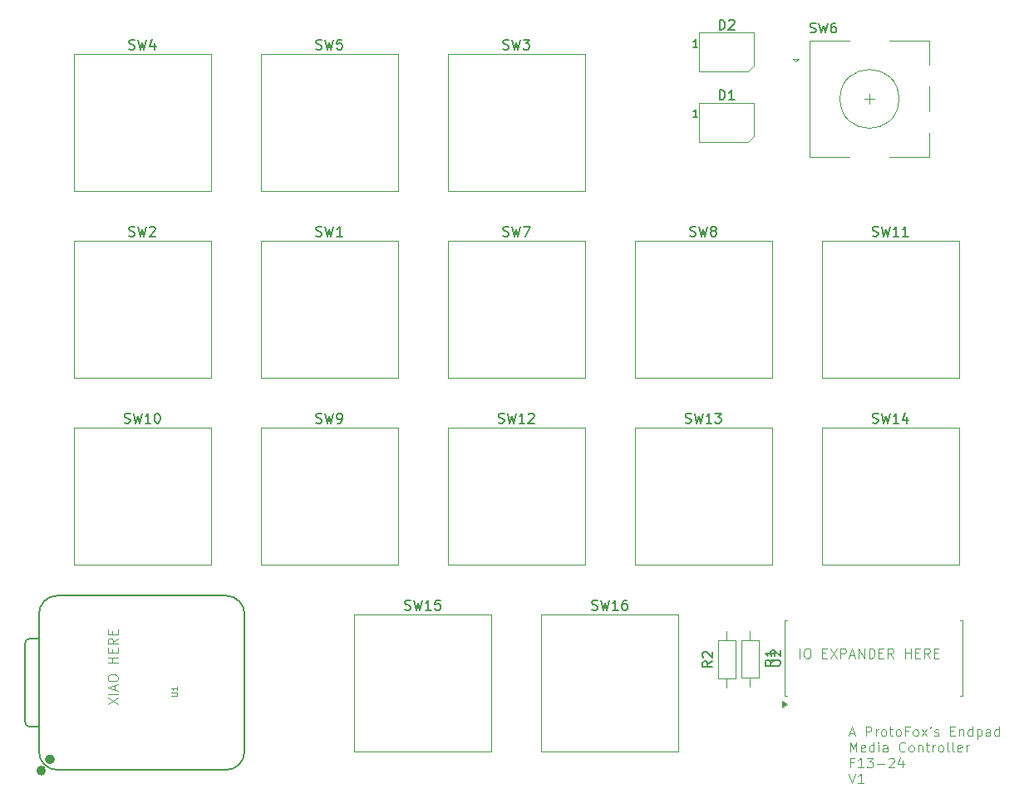
<source format=gbr>
%TF.GenerationSoftware,KiCad,Pcbnew,9.0.0*%
%TF.CreationDate,2025-04-11T15:20:30-07:00*%
%TF.ProjectId,hackpad,6861636b-7061-4642-9e6b-696361645f70,rev?*%
%TF.SameCoordinates,Original*%
%TF.FileFunction,Legend,Top*%
%TF.FilePolarity,Positive*%
%FSLAX46Y46*%
G04 Gerber Fmt 4.6, Leading zero omitted, Abs format (unit mm)*
G04 Created by KiCad (PCBNEW 9.0.0) date 2025-04-11 15:20:30*
%MOMM*%
%LPD*%
G01*
G04 APERTURE LIST*
%ADD10C,0.100000*%
%ADD11C,0.150000*%
%ADD12C,0.101600*%
%ADD13C,0.120000*%
%ADD14C,0.127000*%
%ADD15C,0.504000*%
G04 APERTURE END LIST*
D10*
X152703884Y-135603669D02*
X152703884Y-134603669D01*
X153370550Y-134603669D02*
X153561026Y-134603669D01*
X153561026Y-134603669D02*
X153656264Y-134651288D01*
X153656264Y-134651288D02*
X153751502Y-134746526D01*
X153751502Y-134746526D02*
X153799121Y-134937002D01*
X153799121Y-134937002D02*
X153799121Y-135270335D01*
X153799121Y-135270335D02*
X153751502Y-135460811D01*
X153751502Y-135460811D02*
X153656264Y-135556050D01*
X153656264Y-135556050D02*
X153561026Y-135603669D01*
X153561026Y-135603669D02*
X153370550Y-135603669D01*
X153370550Y-135603669D02*
X153275312Y-135556050D01*
X153275312Y-135556050D02*
X153180074Y-135460811D01*
X153180074Y-135460811D02*
X153132455Y-135270335D01*
X153132455Y-135270335D02*
X153132455Y-134937002D01*
X153132455Y-134937002D02*
X153180074Y-134746526D01*
X153180074Y-134746526D02*
X153275312Y-134651288D01*
X153275312Y-134651288D02*
X153370550Y-134603669D01*
X154989598Y-135079859D02*
X155322931Y-135079859D01*
X155465788Y-135603669D02*
X154989598Y-135603669D01*
X154989598Y-135603669D02*
X154989598Y-134603669D01*
X154989598Y-134603669D02*
X155465788Y-134603669D01*
X155799122Y-134603669D02*
X156465788Y-135603669D01*
X156465788Y-134603669D02*
X155799122Y-135603669D01*
X156846741Y-135603669D02*
X156846741Y-134603669D01*
X156846741Y-134603669D02*
X157227693Y-134603669D01*
X157227693Y-134603669D02*
X157322931Y-134651288D01*
X157322931Y-134651288D02*
X157370550Y-134698907D01*
X157370550Y-134698907D02*
X157418169Y-134794145D01*
X157418169Y-134794145D02*
X157418169Y-134937002D01*
X157418169Y-134937002D02*
X157370550Y-135032240D01*
X157370550Y-135032240D02*
X157322931Y-135079859D01*
X157322931Y-135079859D02*
X157227693Y-135127478D01*
X157227693Y-135127478D02*
X156846741Y-135127478D01*
X157799122Y-135317954D02*
X158275312Y-135317954D01*
X157703884Y-135603669D02*
X158037217Y-134603669D01*
X158037217Y-134603669D02*
X158370550Y-135603669D01*
X158703884Y-135603669D02*
X158703884Y-134603669D01*
X158703884Y-134603669D02*
X159275312Y-135603669D01*
X159275312Y-135603669D02*
X159275312Y-134603669D01*
X159751503Y-135603669D02*
X159751503Y-134603669D01*
X159751503Y-134603669D02*
X159989598Y-134603669D01*
X159989598Y-134603669D02*
X160132455Y-134651288D01*
X160132455Y-134651288D02*
X160227693Y-134746526D01*
X160227693Y-134746526D02*
X160275312Y-134841764D01*
X160275312Y-134841764D02*
X160322931Y-135032240D01*
X160322931Y-135032240D02*
X160322931Y-135175097D01*
X160322931Y-135175097D02*
X160275312Y-135365573D01*
X160275312Y-135365573D02*
X160227693Y-135460811D01*
X160227693Y-135460811D02*
X160132455Y-135556050D01*
X160132455Y-135556050D02*
X159989598Y-135603669D01*
X159989598Y-135603669D02*
X159751503Y-135603669D01*
X160751503Y-135079859D02*
X161084836Y-135079859D01*
X161227693Y-135603669D02*
X160751503Y-135603669D01*
X160751503Y-135603669D02*
X160751503Y-134603669D01*
X160751503Y-134603669D02*
X161227693Y-134603669D01*
X162227693Y-135603669D02*
X161894360Y-135127478D01*
X161656265Y-135603669D02*
X161656265Y-134603669D01*
X161656265Y-134603669D02*
X162037217Y-134603669D01*
X162037217Y-134603669D02*
X162132455Y-134651288D01*
X162132455Y-134651288D02*
X162180074Y-134698907D01*
X162180074Y-134698907D02*
X162227693Y-134794145D01*
X162227693Y-134794145D02*
X162227693Y-134937002D01*
X162227693Y-134937002D02*
X162180074Y-135032240D01*
X162180074Y-135032240D02*
X162132455Y-135079859D01*
X162132455Y-135079859D02*
X162037217Y-135127478D01*
X162037217Y-135127478D02*
X161656265Y-135127478D01*
X163418170Y-135603669D02*
X163418170Y-134603669D01*
X163418170Y-135079859D02*
X163989598Y-135079859D01*
X163989598Y-135603669D02*
X163989598Y-134603669D01*
X164465789Y-135079859D02*
X164799122Y-135079859D01*
X164941979Y-135603669D02*
X164465789Y-135603669D01*
X164465789Y-135603669D02*
X164465789Y-134603669D01*
X164465789Y-134603669D02*
X164941979Y-134603669D01*
X165941979Y-135603669D02*
X165608646Y-135127478D01*
X165370551Y-135603669D02*
X165370551Y-134603669D01*
X165370551Y-134603669D02*
X165751503Y-134603669D01*
X165751503Y-134603669D02*
X165846741Y-134651288D01*
X165846741Y-134651288D02*
X165894360Y-134698907D01*
X165894360Y-134698907D02*
X165941979Y-134794145D01*
X165941979Y-134794145D02*
X165941979Y-134937002D01*
X165941979Y-134937002D02*
X165894360Y-135032240D01*
X165894360Y-135032240D02*
X165846741Y-135079859D01*
X165846741Y-135079859D02*
X165751503Y-135127478D01*
X165751503Y-135127478D02*
X165370551Y-135127478D01*
X166370551Y-135079859D02*
X166703884Y-135079859D01*
X166846741Y-135603669D02*
X166370551Y-135603669D01*
X166370551Y-135603669D02*
X166370551Y-134603669D01*
X166370551Y-134603669D02*
X166846741Y-134603669D01*
X82216169Y-140291353D02*
X83216169Y-139624687D01*
X82216169Y-139624687D02*
X83216169Y-140291353D01*
X83216169Y-139243734D02*
X82216169Y-139243734D01*
X82930454Y-138815163D02*
X82930454Y-138338973D01*
X83216169Y-138910401D02*
X82216169Y-138577068D01*
X82216169Y-138577068D02*
X83216169Y-138243735D01*
X82216169Y-137719925D02*
X82216169Y-137529449D01*
X82216169Y-137529449D02*
X82263788Y-137434211D01*
X82263788Y-137434211D02*
X82359026Y-137338973D01*
X82359026Y-137338973D02*
X82549502Y-137291354D01*
X82549502Y-137291354D02*
X82882835Y-137291354D01*
X82882835Y-137291354D02*
X83073311Y-137338973D01*
X83073311Y-137338973D02*
X83168550Y-137434211D01*
X83168550Y-137434211D02*
X83216169Y-137529449D01*
X83216169Y-137529449D02*
X83216169Y-137719925D01*
X83216169Y-137719925D02*
X83168550Y-137815163D01*
X83168550Y-137815163D02*
X83073311Y-137910401D01*
X83073311Y-137910401D02*
X82882835Y-137958020D01*
X82882835Y-137958020D02*
X82549502Y-137958020D01*
X82549502Y-137958020D02*
X82359026Y-137910401D01*
X82359026Y-137910401D02*
X82263788Y-137815163D01*
X82263788Y-137815163D02*
X82216169Y-137719925D01*
X83216169Y-136100877D02*
X82216169Y-136100877D01*
X82692359Y-136100877D02*
X82692359Y-135529449D01*
X83216169Y-135529449D02*
X82216169Y-135529449D01*
X82692359Y-135053258D02*
X82692359Y-134719925D01*
X83216169Y-134577068D02*
X83216169Y-135053258D01*
X83216169Y-135053258D02*
X82216169Y-135053258D01*
X82216169Y-135053258D02*
X82216169Y-134577068D01*
X83216169Y-133577068D02*
X82739978Y-133910401D01*
X83216169Y-134148496D02*
X82216169Y-134148496D01*
X82216169Y-134148496D02*
X82216169Y-133767544D01*
X82216169Y-133767544D02*
X82263788Y-133672306D01*
X82263788Y-133672306D02*
X82311407Y-133624687D01*
X82311407Y-133624687D02*
X82406645Y-133577068D01*
X82406645Y-133577068D02*
X82549502Y-133577068D01*
X82549502Y-133577068D02*
X82644740Y-133624687D01*
X82644740Y-133624687D02*
X82692359Y-133672306D01*
X82692359Y-133672306D02*
X82739978Y-133767544D01*
X82739978Y-133767544D02*
X82739978Y-134148496D01*
X82692359Y-133148496D02*
X82692359Y-132815163D01*
X83216169Y-132672306D02*
X83216169Y-133148496D01*
X83216169Y-133148496D02*
X82216169Y-133148496D01*
X82216169Y-133148496D02*
X82216169Y-132672306D01*
X157756265Y-143256872D02*
X158232455Y-143256872D01*
X157661027Y-143542587D02*
X157994360Y-142542587D01*
X157994360Y-142542587D02*
X158327693Y-143542587D01*
X159422932Y-143542587D02*
X159422932Y-142542587D01*
X159422932Y-142542587D02*
X159803884Y-142542587D01*
X159803884Y-142542587D02*
X159899122Y-142590206D01*
X159899122Y-142590206D02*
X159946741Y-142637825D01*
X159946741Y-142637825D02*
X159994360Y-142733063D01*
X159994360Y-142733063D02*
X159994360Y-142875920D01*
X159994360Y-142875920D02*
X159946741Y-142971158D01*
X159946741Y-142971158D02*
X159899122Y-143018777D01*
X159899122Y-143018777D02*
X159803884Y-143066396D01*
X159803884Y-143066396D02*
X159422932Y-143066396D01*
X160422932Y-143542587D02*
X160422932Y-142875920D01*
X160422932Y-143066396D02*
X160470551Y-142971158D01*
X160470551Y-142971158D02*
X160518170Y-142923539D01*
X160518170Y-142923539D02*
X160613408Y-142875920D01*
X160613408Y-142875920D02*
X160708646Y-142875920D01*
X161184837Y-143542587D02*
X161089599Y-143494968D01*
X161089599Y-143494968D02*
X161041980Y-143447348D01*
X161041980Y-143447348D02*
X160994361Y-143352110D01*
X160994361Y-143352110D02*
X160994361Y-143066396D01*
X160994361Y-143066396D02*
X161041980Y-142971158D01*
X161041980Y-142971158D02*
X161089599Y-142923539D01*
X161089599Y-142923539D02*
X161184837Y-142875920D01*
X161184837Y-142875920D02*
X161327694Y-142875920D01*
X161327694Y-142875920D02*
X161422932Y-142923539D01*
X161422932Y-142923539D02*
X161470551Y-142971158D01*
X161470551Y-142971158D02*
X161518170Y-143066396D01*
X161518170Y-143066396D02*
X161518170Y-143352110D01*
X161518170Y-143352110D02*
X161470551Y-143447348D01*
X161470551Y-143447348D02*
X161422932Y-143494968D01*
X161422932Y-143494968D02*
X161327694Y-143542587D01*
X161327694Y-143542587D02*
X161184837Y-143542587D01*
X161803885Y-142875920D02*
X162184837Y-142875920D01*
X161946742Y-142542587D02*
X161946742Y-143399729D01*
X161946742Y-143399729D02*
X161994361Y-143494968D01*
X161994361Y-143494968D02*
X162089599Y-143542587D01*
X162089599Y-143542587D02*
X162184837Y-143542587D01*
X162661028Y-143542587D02*
X162565790Y-143494968D01*
X162565790Y-143494968D02*
X162518171Y-143447348D01*
X162518171Y-143447348D02*
X162470552Y-143352110D01*
X162470552Y-143352110D02*
X162470552Y-143066396D01*
X162470552Y-143066396D02*
X162518171Y-142971158D01*
X162518171Y-142971158D02*
X162565790Y-142923539D01*
X162565790Y-142923539D02*
X162661028Y-142875920D01*
X162661028Y-142875920D02*
X162803885Y-142875920D01*
X162803885Y-142875920D02*
X162899123Y-142923539D01*
X162899123Y-142923539D02*
X162946742Y-142971158D01*
X162946742Y-142971158D02*
X162994361Y-143066396D01*
X162994361Y-143066396D02*
X162994361Y-143352110D01*
X162994361Y-143352110D02*
X162946742Y-143447348D01*
X162946742Y-143447348D02*
X162899123Y-143494968D01*
X162899123Y-143494968D02*
X162803885Y-143542587D01*
X162803885Y-143542587D02*
X162661028Y-143542587D01*
X163756266Y-143018777D02*
X163422933Y-143018777D01*
X163422933Y-143542587D02*
X163422933Y-142542587D01*
X163422933Y-142542587D02*
X163899123Y-142542587D01*
X164422933Y-143542587D02*
X164327695Y-143494968D01*
X164327695Y-143494968D02*
X164280076Y-143447348D01*
X164280076Y-143447348D02*
X164232457Y-143352110D01*
X164232457Y-143352110D02*
X164232457Y-143066396D01*
X164232457Y-143066396D02*
X164280076Y-142971158D01*
X164280076Y-142971158D02*
X164327695Y-142923539D01*
X164327695Y-142923539D02*
X164422933Y-142875920D01*
X164422933Y-142875920D02*
X164565790Y-142875920D01*
X164565790Y-142875920D02*
X164661028Y-142923539D01*
X164661028Y-142923539D02*
X164708647Y-142971158D01*
X164708647Y-142971158D02*
X164756266Y-143066396D01*
X164756266Y-143066396D02*
X164756266Y-143352110D01*
X164756266Y-143352110D02*
X164708647Y-143447348D01*
X164708647Y-143447348D02*
X164661028Y-143494968D01*
X164661028Y-143494968D02*
X164565790Y-143542587D01*
X164565790Y-143542587D02*
X164422933Y-143542587D01*
X165089600Y-143542587D02*
X165613409Y-142875920D01*
X165089600Y-142875920D02*
X165613409Y-143542587D01*
X166041981Y-142542587D02*
X165946743Y-142733063D01*
X166422933Y-143494968D02*
X166518171Y-143542587D01*
X166518171Y-143542587D02*
X166708647Y-143542587D01*
X166708647Y-143542587D02*
X166803885Y-143494968D01*
X166803885Y-143494968D02*
X166851504Y-143399729D01*
X166851504Y-143399729D02*
X166851504Y-143352110D01*
X166851504Y-143352110D02*
X166803885Y-143256872D01*
X166803885Y-143256872D02*
X166708647Y-143209253D01*
X166708647Y-143209253D02*
X166565790Y-143209253D01*
X166565790Y-143209253D02*
X166470552Y-143161634D01*
X166470552Y-143161634D02*
X166422933Y-143066396D01*
X166422933Y-143066396D02*
X166422933Y-143018777D01*
X166422933Y-143018777D02*
X166470552Y-142923539D01*
X166470552Y-142923539D02*
X166565790Y-142875920D01*
X166565790Y-142875920D02*
X166708647Y-142875920D01*
X166708647Y-142875920D02*
X166803885Y-142923539D01*
X168041981Y-143018777D02*
X168375314Y-143018777D01*
X168518171Y-143542587D02*
X168041981Y-143542587D01*
X168041981Y-143542587D02*
X168041981Y-142542587D01*
X168041981Y-142542587D02*
X168518171Y-142542587D01*
X168946743Y-142875920D02*
X168946743Y-143542587D01*
X168946743Y-142971158D02*
X168994362Y-142923539D01*
X168994362Y-142923539D02*
X169089600Y-142875920D01*
X169089600Y-142875920D02*
X169232457Y-142875920D01*
X169232457Y-142875920D02*
X169327695Y-142923539D01*
X169327695Y-142923539D02*
X169375314Y-143018777D01*
X169375314Y-143018777D02*
X169375314Y-143542587D01*
X170280076Y-143542587D02*
X170280076Y-142542587D01*
X170280076Y-143494968D02*
X170184838Y-143542587D01*
X170184838Y-143542587D02*
X169994362Y-143542587D01*
X169994362Y-143542587D02*
X169899124Y-143494968D01*
X169899124Y-143494968D02*
X169851505Y-143447348D01*
X169851505Y-143447348D02*
X169803886Y-143352110D01*
X169803886Y-143352110D02*
X169803886Y-143066396D01*
X169803886Y-143066396D02*
X169851505Y-142971158D01*
X169851505Y-142971158D02*
X169899124Y-142923539D01*
X169899124Y-142923539D02*
X169994362Y-142875920D01*
X169994362Y-142875920D02*
X170184838Y-142875920D01*
X170184838Y-142875920D02*
X170280076Y-142923539D01*
X170756267Y-142875920D02*
X170756267Y-143875920D01*
X170756267Y-142923539D02*
X170851505Y-142875920D01*
X170851505Y-142875920D02*
X171041981Y-142875920D01*
X171041981Y-142875920D02*
X171137219Y-142923539D01*
X171137219Y-142923539D02*
X171184838Y-142971158D01*
X171184838Y-142971158D02*
X171232457Y-143066396D01*
X171232457Y-143066396D02*
X171232457Y-143352110D01*
X171232457Y-143352110D02*
X171184838Y-143447348D01*
X171184838Y-143447348D02*
X171137219Y-143494968D01*
X171137219Y-143494968D02*
X171041981Y-143542587D01*
X171041981Y-143542587D02*
X170851505Y-143542587D01*
X170851505Y-143542587D02*
X170756267Y-143494968D01*
X172089600Y-143542587D02*
X172089600Y-143018777D01*
X172089600Y-143018777D02*
X172041981Y-142923539D01*
X172041981Y-142923539D02*
X171946743Y-142875920D01*
X171946743Y-142875920D02*
X171756267Y-142875920D01*
X171756267Y-142875920D02*
X171661029Y-142923539D01*
X172089600Y-143494968D02*
X171994362Y-143542587D01*
X171994362Y-143542587D02*
X171756267Y-143542587D01*
X171756267Y-143542587D02*
X171661029Y-143494968D01*
X171661029Y-143494968D02*
X171613410Y-143399729D01*
X171613410Y-143399729D02*
X171613410Y-143304491D01*
X171613410Y-143304491D02*
X171661029Y-143209253D01*
X171661029Y-143209253D02*
X171756267Y-143161634D01*
X171756267Y-143161634D02*
X171994362Y-143161634D01*
X171994362Y-143161634D02*
X172089600Y-143114015D01*
X172994362Y-143542587D02*
X172994362Y-142542587D01*
X172994362Y-143494968D02*
X172899124Y-143542587D01*
X172899124Y-143542587D02*
X172708648Y-143542587D01*
X172708648Y-143542587D02*
X172613410Y-143494968D01*
X172613410Y-143494968D02*
X172565791Y-143447348D01*
X172565791Y-143447348D02*
X172518172Y-143352110D01*
X172518172Y-143352110D02*
X172518172Y-143066396D01*
X172518172Y-143066396D02*
X172565791Y-142971158D01*
X172565791Y-142971158D02*
X172613410Y-142923539D01*
X172613410Y-142923539D02*
X172708648Y-142875920D01*
X172708648Y-142875920D02*
X172899124Y-142875920D01*
X172899124Y-142875920D02*
X172994362Y-142923539D01*
X157803884Y-145152531D02*
X157803884Y-144152531D01*
X157803884Y-144152531D02*
X158137217Y-144866816D01*
X158137217Y-144866816D02*
X158470550Y-144152531D01*
X158470550Y-144152531D02*
X158470550Y-145152531D01*
X159327693Y-145104912D02*
X159232455Y-145152531D01*
X159232455Y-145152531D02*
X159041979Y-145152531D01*
X159041979Y-145152531D02*
X158946741Y-145104912D01*
X158946741Y-145104912D02*
X158899122Y-145009673D01*
X158899122Y-145009673D02*
X158899122Y-144628721D01*
X158899122Y-144628721D02*
X158946741Y-144533483D01*
X158946741Y-144533483D02*
X159041979Y-144485864D01*
X159041979Y-144485864D02*
X159232455Y-144485864D01*
X159232455Y-144485864D02*
X159327693Y-144533483D01*
X159327693Y-144533483D02*
X159375312Y-144628721D01*
X159375312Y-144628721D02*
X159375312Y-144723959D01*
X159375312Y-144723959D02*
X158899122Y-144819197D01*
X160232455Y-145152531D02*
X160232455Y-144152531D01*
X160232455Y-145104912D02*
X160137217Y-145152531D01*
X160137217Y-145152531D02*
X159946741Y-145152531D01*
X159946741Y-145152531D02*
X159851503Y-145104912D01*
X159851503Y-145104912D02*
X159803884Y-145057292D01*
X159803884Y-145057292D02*
X159756265Y-144962054D01*
X159756265Y-144962054D02*
X159756265Y-144676340D01*
X159756265Y-144676340D02*
X159803884Y-144581102D01*
X159803884Y-144581102D02*
X159851503Y-144533483D01*
X159851503Y-144533483D02*
X159946741Y-144485864D01*
X159946741Y-144485864D02*
X160137217Y-144485864D01*
X160137217Y-144485864D02*
X160232455Y-144533483D01*
X160708646Y-145152531D02*
X160708646Y-144485864D01*
X160708646Y-144152531D02*
X160661027Y-144200150D01*
X160661027Y-144200150D02*
X160708646Y-144247769D01*
X160708646Y-144247769D02*
X160756265Y-144200150D01*
X160756265Y-144200150D02*
X160708646Y-144152531D01*
X160708646Y-144152531D02*
X160708646Y-144247769D01*
X161613407Y-145152531D02*
X161613407Y-144628721D01*
X161613407Y-144628721D02*
X161565788Y-144533483D01*
X161565788Y-144533483D02*
X161470550Y-144485864D01*
X161470550Y-144485864D02*
X161280074Y-144485864D01*
X161280074Y-144485864D02*
X161184836Y-144533483D01*
X161613407Y-145104912D02*
X161518169Y-145152531D01*
X161518169Y-145152531D02*
X161280074Y-145152531D01*
X161280074Y-145152531D02*
X161184836Y-145104912D01*
X161184836Y-145104912D02*
X161137217Y-145009673D01*
X161137217Y-145009673D02*
X161137217Y-144914435D01*
X161137217Y-144914435D02*
X161184836Y-144819197D01*
X161184836Y-144819197D02*
X161280074Y-144771578D01*
X161280074Y-144771578D02*
X161518169Y-144771578D01*
X161518169Y-144771578D02*
X161613407Y-144723959D01*
X163422931Y-145057292D02*
X163375312Y-145104912D01*
X163375312Y-145104912D02*
X163232455Y-145152531D01*
X163232455Y-145152531D02*
X163137217Y-145152531D01*
X163137217Y-145152531D02*
X162994360Y-145104912D01*
X162994360Y-145104912D02*
X162899122Y-145009673D01*
X162899122Y-145009673D02*
X162851503Y-144914435D01*
X162851503Y-144914435D02*
X162803884Y-144723959D01*
X162803884Y-144723959D02*
X162803884Y-144581102D01*
X162803884Y-144581102D02*
X162851503Y-144390626D01*
X162851503Y-144390626D02*
X162899122Y-144295388D01*
X162899122Y-144295388D02*
X162994360Y-144200150D01*
X162994360Y-144200150D02*
X163137217Y-144152531D01*
X163137217Y-144152531D02*
X163232455Y-144152531D01*
X163232455Y-144152531D02*
X163375312Y-144200150D01*
X163375312Y-144200150D02*
X163422931Y-144247769D01*
X163994360Y-145152531D02*
X163899122Y-145104912D01*
X163899122Y-145104912D02*
X163851503Y-145057292D01*
X163851503Y-145057292D02*
X163803884Y-144962054D01*
X163803884Y-144962054D02*
X163803884Y-144676340D01*
X163803884Y-144676340D02*
X163851503Y-144581102D01*
X163851503Y-144581102D02*
X163899122Y-144533483D01*
X163899122Y-144533483D02*
X163994360Y-144485864D01*
X163994360Y-144485864D02*
X164137217Y-144485864D01*
X164137217Y-144485864D02*
X164232455Y-144533483D01*
X164232455Y-144533483D02*
X164280074Y-144581102D01*
X164280074Y-144581102D02*
X164327693Y-144676340D01*
X164327693Y-144676340D02*
X164327693Y-144962054D01*
X164327693Y-144962054D02*
X164280074Y-145057292D01*
X164280074Y-145057292D02*
X164232455Y-145104912D01*
X164232455Y-145104912D02*
X164137217Y-145152531D01*
X164137217Y-145152531D02*
X163994360Y-145152531D01*
X164756265Y-144485864D02*
X164756265Y-145152531D01*
X164756265Y-144581102D02*
X164803884Y-144533483D01*
X164803884Y-144533483D02*
X164899122Y-144485864D01*
X164899122Y-144485864D02*
X165041979Y-144485864D01*
X165041979Y-144485864D02*
X165137217Y-144533483D01*
X165137217Y-144533483D02*
X165184836Y-144628721D01*
X165184836Y-144628721D02*
X165184836Y-145152531D01*
X165518170Y-144485864D02*
X165899122Y-144485864D01*
X165661027Y-144152531D02*
X165661027Y-145009673D01*
X165661027Y-145009673D02*
X165708646Y-145104912D01*
X165708646Y-145104912D02*
X165803884Y-145152531D01*
X165803884Y-145152531D02*
X165899122Y-145152531D01*
X166232456Y-145152531D02*
X166232456Y-144485864D01*
X166232456Y-144676340D02*
X166280075Y-144581102D01*
X166280075Y-144581102D02*
X166327694Y-144533483D01*
X166327694Y-144533483D02*
X166422932Y-144485864D01*
X166422932Y-144485864D02*
X166518170Y-144485864D01*
X166994361Y-145152531D02*
X166899123Y-145104912D01*
X166899123Y-145104912D02*
X166851504Y-145057292D01*
X166851504Y-145057292D02*
X166803885Y-144962054D01*
X166803885Y-144962054D02*
X166803885Y-144676340D01*
X166803885Y-144676340D02*
X166851504Y-144581102D01*
X166851504Y-144581102D02*
X166899123Y-144533483D01*
X166899123Y-144533483D02*
X166994361Y-144485864D01*
X166994361Y-144485864D02*
X167137218Y-144485864D01*
X167137218Y-144485864D02*
X167232456Y-144533483D01*
X167232456Y-144533483D02*
X167280075Y-144581102D01*
X167280075Y-144581102D02*
X167327694Y-144676340D01*
X167327694Y-144676340D02*
X167327694Y-144962054D01*
X167327694Y-144962054D02*
X167280075Y-145057292D01*
X167280075Y-145057292D02*
X167232456Y-145104912D01*
X167232456Y-145104912D02*
X167137218Y-145152531D01*
X167137218Y-145152531D02*
X166994361Y-145152531D01*
X167899123Y-145152531D02*
X167803885Y-145104912D01*
X167803885Y-145104912D02*
X167756266Y-145009673D01*
X167756266Y-145009673D02*
X167756266Y-144152531D01*
X168422933Y-145152531D02*
X168327695Y-145104912D01*
X168327695Y-145104912D02*
X168280076Y-145009673D01*
X168280076Y-145009673D02*
X168280076Y-144152531D01*
X169184838Y-145104912D02*
X169089600Y-145152531D01*
X169089600Y-145152531D02*
X168899124Y-145152531D01*
X168899124Y-145152531D02*
X168803886Y-145104912D01*
X168803886Y-145104912D02*
X168756267Y-145009673D01*
X168756267Y-145009673D02*
X168756267Y-144628721D01*
X168756267Y-144628721D02*
X168803886Y-144533483D01*
X168803886Y-144533483D02*
X168899124Y-144485864D01*
X168899124Y-144485864D02*
X169089600Y-144485864D01*
X169089600Y-144485864D02*
X169184838Y-144533483D01*
X169184838Y-144533483D02*
X169232457Y-144628721D01*
X169232457Y-144628721D02*
X169232457Y-144723959D01*
X169232457Y-144723959D02*
X168756267Y-144819197D01*
X169661029Y-145152531D02*
X169661029Y-144485864D01*
X169661029Y-144676340D02*
X169708648Y-144581102D01*
X169708648Y-144581102D02*
X169756267Y-144533483D01*
X169756267Y-144533483D02*
X169851505Y-144485864D01*
X169851505Y-144485864D02*
X169946743Y-144485864D01*
X158137217Y-146238665D02*
X157803884Y-146238665D01*
X157803884Y-146762475D02*
X157803884Y-145762475D01*
X157803884Y-145762475D02*
X158280074Y-145762475D01*
X159184836Y-146762475D02*
X158613408Y-146762475D01*
X158899122Y-146762475D02*
X158899122Y-145762475D01*
X158899122Y-145762475D02*
X158803884Y-145905332D01*
X158803884Y-145905332D02*
X158708646Y-146000570D01*
X158708646Y-146000570D02*
X158613408Y-146048189D01*
X159518170Y-145762475D02*
X160137217Y-145762475D01*
X160137217Y-145762475D02*
X159803884Y-146143427D01*
X159803884Y-146143427D02*
X159946741Y-146143427D01*
X159946741Y-146143427D02*
X160041979Y-146191046D01*
X160041979Y-146191046D02*
X160089598Y-146238665D01*
X160089598Y-146238665D02*
X160137217Y-146333903D01*
X160137217Y-146333903D02*
X160137217Y-146571998D01*
X160137217Y-146571998D02*
X160089598Y-146667236D01*
X160089598Y-146667236D02*
X160041979Y-146714856D01*
X160041979Y-146714856D02*
X159946741Y-146762475D01*
X159946741Y-146762475D02*
X159661027Y-146762475D01*
X159661027Y-146762475D02*
X159565789Y-146714856D01*
X159565789Y-146714856D02*
X159518170Y-146667236D01*
X160565789Y-146381522D02*
X161327694Y-146381522D01*
X161756265Y-145857713D02*
X161803884Y-145810094D01*
X161803884Y-145810094D02*
X161899122Y-145762475D01*
X161899122Y-145762475D02*
X162137217Y-145762475D01*
X162137217Y-145762475D02*
X162232455Y-145810094D01*
X162232455Y-145810094D02*
X162280074Y-145857713D01*
X162280074Y-145857713D02*
X162327693Y-145952951D01*
X162327693Y-145952951D02*
X162327693Y-146048189D01*
X162327693Y-146048189D02*
X162280074Y-146191046D01*
X162280074Y-146191046D02*
X161708646Y-146762475D01*
X161708646Y-146762475D02*
X162327693Y-146762475D01*
X163184836Y-146095808D02*
X163184836Y-146762475D01*
X162946741Y-145714856D02*
X162708646Y-146429141D01*
X162708646Y-146429141D02*
X163327693Y-146429141D01*
X157661027Y-147372419D02*
X157994360Y-148372419D01*
X157994360Y-148372419D02*
X158327693Y-147372419D01*
X159184836Y-148372419D02*
X158613408Y-148372419D01*
X158899122Y-148372419D02*
X158899122Y-147372419D01*
X158899122Y-147372419D02*
X158803884Y-147515276D01*
X158803884Y-147515276D02*
X158708646Y-147610514D01*
X158708646Y-147610514D02*
X158613408Y-147658133D01*
D11*
X103441667Y-73495700D02*
X103584524Y-73543319D01*
X103584524Y-73543319D02*
X103822619Y-73543319D01*
X103822619Y-73543319D02*
X103917857Y-73495700D01*
X103917857Y-73495700D02*
X103965476Y-73448080D01*
X103965476Y-73448080D02*
X104013095Y-73352842D01*
X104013095Y-73352842D02*
X104013095Y-73257604D01*
X104013095Y-73257604D02*
X103965476Y-73162366D01*
X103965476Y-73162366D02*
X103917857Y-73114747D01*
X103917857Y-73114747D02*
X103822619Y-73067128D01*
X103822619Y-73067128D02*
X103632143Y-73019509D01*
X103632143Y-73019509D02*
X103536905Y-72971890D01*
X103536905Y-72971890D02*
X103489286Y-72924271D01*
X103489286Y-72924271D02*
X103441667Y-72829033D01*
X103441667Y-72829033D02*
X103441667Y-72733795D01*
X103441667Y-72733795D02*
X103489286Y-72638557D01*
X103489286Y-72638557D02*
X103536905Y-72590938D01*
X103536905Y-72590938D02*
X103632143Y-72543319D01*
X103632143Y-72543319D02*
X103870238Y-72543319D01*
X103870238Y-72543319D02*
X104013095Y-72590938D01*
X104346429Y-72543319D02*
X104584524Y-73543319D01*
X104584524Y-73543319D02*
X104775000Y-72829033D01*
X104775000Y-72829033D02*
X104965476Y-73543319D01*
X104965476Y-73543319D02*
X105203572Y-72543319D01*
X106060714Y-72543319D02*
X105584524Y-72543319D01*
X105584524Y-72543319D02*
X105536905Y-73019509D01*
X105536905Y-73019509D02*
X105584524Y-72971890D01*
X105584524Y-72971890D02*
X105679762Y-72924271D01*
X105679762Y-72924271D02*
X105917857Y-72924271D01*
X105917857Y-72924271D02*
X106013095Y-72971890D01*
X106013095Y-72971890D02*
X106060714Y-73019509D01*
X106060714Y-73019509D02*
X106108333Y-73114747D01*
X106108333Y-73114747D02*
X106108333Y-73352842D01*
X106108333Y-73352842D02*
X106060714Y-73448080D01*
X106060714Y-73448080D02*
X106013095Y-73495700D01*
X106013095Y-73495700D02*
X105917857Y-73543319D01*
X105917857Y-73543319D02*
X105679762Y-73543319D01*
X105679762Y-73543319D02*
X105584524Y-73495700D01*
X105584524Y-73495700D02*
X105536905Y-73448080D01*
X122491667Y-92545700D02*
X122634524Y-92593319D01*
X122634524Y-92593319D02*
X122872619Y-92593319D01*
X122872619Y-92593319D02*
X122967857Y-92545700D01*
X122967857Y-92545700D02*
X123015476Y-92498080D01*
X123015476Y-92498080D02*
X123063095Y-92402842D01*
X123063095Y-92402842D02*
X123063095Y-92307604D01*
X123063095Y-92307604D02*
X123015476Y-92212366D01*
X123015476Y-92212366D02*
X122967857Y-92164747D01*
X122967857Y-92164747D02*
X122872619Y-92117128D01*
X122872619Y-92117128D02*
X122682143Y-92069509D01*
X122682143Y-92069509D02*
X122586905Y-92021890D01*
X122586905Y-92021890D02*
X122539286Y-91974271D01*
X122539286Y-91974271D02*
X122491667Y-91879033D01*
X122491667Y-91879033D02*
X122491667Y-91783795D01*
X122491667Y-91783795D02*
X122539286Y-91688557D01*
X122539286Y-91688557D02*
X122586905Y-91640938D01*
X122586905Y-91640938D02*
X122682143Y-91593319D01*
X122682143Y-91593319D02*
X122920238Y-91593319D01*
X122920238Y-91593319D02*
X123063095Y-91640938D01*
X123396429Y-91593319D02*
X123634524Y-92593319D01*
X123634524Y-92593319D02*
X123825000Y-91879033D01*
X123825000Y-91879033D02*
X124015476Y-92593319D01*
X124015476Y-92593319D02*
X124253572Y-91593319D01*
X124539286Y-91593319D02*
X125205952Y-91593319D01*
X125205952Y-91593319D02*
X124777381Y-92593319D01*
X160115476Y-111595700D02*
X160258333Y-111643319D01*
X160258333Y-111643319D02*
X160496428Y-111643319D01*
X160496428Y-111643319D02*
X160591666Y-111595700D01*
X160591666Y-111595700D02*
X160639285Y-111548080D01*
X160639285Y-111548080D02*
X160686904Y-111452842D01*
X160686904Y-111452842D02*
X160686904Y-111357604D01*
X160686904Y-111357604D02*
X160639285Y-111262366D01*
X160639285Y-111262366D02*
X160591666Y-111214747D01*
X160591666Y-111214747D02*
X160496428Y-111167128D01*
X160496428Y-111167128D02*
X160305952Y-111119509D01*
X160305952Y-111119509D02*
X160210714Y-111071890D01*
X160210714Y-111071890D02*
X160163095Y-111024271D01*
X160163095Y-111024271D02*
X160115476Y-110929033D01*
X160115476Y-110929033D02*
X160115476Y-110833795D01*
X160115476Y-110833795D02*
X160163095Y-110738557D01*
X160163095Y-110738557D02*
X160210714Y-110690938D01*
X160210714Y-110690938D02*
X160305952Y-110643319D01*
X160305952Y-110643319D02*
X160544047Y-110643319D01*
X160544047Y-110643319D02*
X160686904Y-110690938D01*
X161020238Y-110643319D02*
X161258333Y-111643319D01*
X161258333Y-111643319D02*
X161448809Y-110929033D01*
X161448809Y-110929033D02*
X161639285Y-111643319D01*
X161639285Y-111643319D02*
X161877381Y-110643319D01*
X162782142Y-111643319D02*
X162210714Y-111643319D01*
X162496428Y-111643319D02*
X162496428Y-110643319D01*
X162496428Y-110643319D02*
X162401190Y-110786176D01*
X162401190Y-110786176D02*
X162305952Y-110881414D01*
X162305952Y-110881414D02*
X162210714Y-110929033D01*
X163639285Y-110976652D02*
X163639285Y-111643319D01*
X163401190Y-110595700D02*
X163163095Y-111309985D01*
X163163095Y-111309985D02*
X163782142Y-111309985D01*
X103441667Y-92545700D02*
X103584524Y-92593319D01*
X103584524Y-92593319D02*
X103822619Y-92593319D01*
X103822619Y-92593319D02*
X103917857Y-92545700D01*
X103917857Y-92545700D02*
X103965476Y-92498080D01*
X103965476Y-92498080D02*
X104013095Y-92402842D01*
X104013095Y-92402842D02*
X104013095Y-92307604D01*
X104013095Y-92307604D02*
X103965476Y-92212366D01*
X103965476Y-92212366D02*
X103917857Y-92164747D01*
X103917857Y-92164747D02*
X103822619Y-92117128D01*
X103822619Y-92117128D02*
X103632143Y-92069509D01*
X103632143Y-92069509D02*
X103536905Y-92021890D01*
X103536905Y-92021890D02*
X103489286Y-91974271D01*
X103489286Y-91974271D02*
X103441667Y-91879033D01*
X103441667Y-91879033D02*
X103441667Y-91783795D01*
X103441667Y-91783795D02*
X103489286Y-91688557D01*
X103489286Y-91688557D02*
X103536905Y-91640938D01*
X103536905Y-91640938D02*
X103632143Y-91593319D01*
X103632143Y-91593319D02*
X103870238Y-91593319D01*
X103870238Y-91593319D02*
X104013095Y-91640938D01*
X104346429Y-91593319D02*
X104584524Y-92593319D01*
X104584524Y-92593319D02*
X104775000Y-91879033D01*
X104775000Y-91879033D02*
X104965476Y-92593319D01*
X104965476Y-92593319D02*
X105203572Y-91593319D01*
X106108333Y-92593319D02*
X105536905Y-92593319D01*
X105822619Y-92593319D02*
X105822619Y-91593319D01*
X105822619Y-91593319D02*
X105727381Y-91736176D01*
X105727381Y-91736176D02*
X105632143Y-91831414D01*
X105632143Y-91831414D02*
X105536905Y-91879033D01*
X122015476Y-111595700D02*
X122158333Y-111643319D01*
X122158333Y-111643319D02*
X122396428Y-111643319D01*
X122396428Y-111643319D02*
X122491666Y-111595700D01*
X122491666Y-111595700D02*
X122539285Y-111548080D01*
X122539285Y-111548080D02*
X122586904Y-111452842D01*
X122586904Y-111452842D02*
X122586904Y-111357604D01*
X122586904Y-111357604D02*
X122539285Y-111262366D01*
X122539285Y-111262366D02*
X122491666Y-111214747D01*
X122491666Y-111214747D02*
X122396428Y-111167128D01*
X122396428Y-111167128D02*
X122205952Y-111119509D01*
X122205952Y-111119509D02*
X122110714Y-111071890D01*
X122110714Y-111071890D02*
X122063095Y-111024271D01*
X122063095Y-111024271D02*
X122015476Y-110929033D01*
X122015476Y-110929033D02*
X122015476Y-110833795D01*
X122015476Y-110833795D02*
X122063095Y-110738557D01*
X122063095Y-110738557D02*
X122110714Y-110690938D01*
X122110714Y-110690938D02*
X122205952Y-110643319D01*
X122205952Y-110643319D02*
X122444047Y-110643319D01*
X122444047Y-110643319D02*
X122586904Y-110690938D01*
X122920238Y-110643319D02*
X123158333Y-111643319D01*
X123158333Y-111643319D02*
X123348809Y-110929033D01*
X123348809Y-110929033D02*
X123539285Y-111643319D01*
X123539285Y-111643319D02*
X123777381Y-110643319D01*
X124682142Y-111643319D02*
X124110714Y-111643319D01*
X124396428Y-111643319D02*
X124396428Y-110643319D01*
X124396428Y-110643319D02*
X124301190Y-110786176D01*
X124301190Y-110786176D02*
X124205952Y-110881414D01*
X124205952Y-110881414D02*
X124110714Y-110929033D01*
X125063095Y-110738557D02*
X125110714Y-110690938D01*
X125110714Y-110690938D02*
X125205952Y-110643319D01*
X125205952Y-110643319D02*
X125444047Y-110643319D01*
X125444047Y-110643319D02*
X125539285Y-110690938D01*
X125539285Y-110690938D02*
X125586904Y-110738557D01*
X125586904Y-110738557D02*
X125634523Y-110833795D01*
X125634523Y-110833795D02*
X125634523Y-110929033D01*
X125634523Y-110929033D02*
X125586904Y-111071890D01*
X125586904Y-111071890D02*
X125015476Y-111643319D01*
X125015476Y-111643319D02*
X125634523Y-111643319D01*
X131540476Y-130645700D02*
X131683333Y-130693319D01*
X131683333Y-130693319D02*
X131921428Y-130693319D01*
X131921428Y-130693319D02*
X132016666Y-130645700D01*
X132016666Y-130645700D02*
X132064285Y-130598080D01*
X132064285Y-130598080D02*
X132111904Y-130502842D01*
X132111904Y-130502842D02*
X132111904Y-130407604D01*
X132111904Y-130407604D02*
X132064285Y-130312366D01*
X132064285Y-130312366D02*
X132016666Y-130264747D01*
X132016666Y-130264747D02*
X131921428Y-130217128D01*
X131921428Y-130217128D02*
X131730952Y-130169509D01*
X131730952Y-130169509D02*
X131635714Y-130121890D01*
X131635714Y-130121890D02*
X131588095Y-130074271D01*
X131588095Y-130074271D02*
X131540476Y-129979033D01*
X131540476Y-129979033D02*
X131540476Y-129883795D01*
X131540476Y-129883795D02*
X131588095Y-129788557D01*
X131588095Y-129788557D02*
X131635714Y-129740938D01*
X131635714Y-129740938D02*
X131730952Y-129693319D01*
X131730952Y-129693319D02*
X131969047Y-129693319D01*
X131969047Y-129693319D02*
X132111904Y-129740938D01*
X132445238Y-129693319D02*
X132683333Y-130693319D01*
X132683333Y-130693319D02*
X132873809Y-129979033D01*
X132873809Y-129979033D02*
X133064285Y-130693319D01*
X133064285Y-130693319D02*
X133302381Y-129693319D01*
X134207142Y-130693319D02*
X133635714Y-130693319D01*
X133921428Y-130693319D02*
X133921428Y-129693319D01*
X133921428Y-129693319D02*
X133826190Y-129836176D01*
X133826190Y-129836176D02*
X133730952Y-129931414D01*
X133730952Y-129931414D02*
X133635714Y-129979033D01*
X135064285Y-129693319D02*
X134873809Y-129693319D01*
X134873809Y-129693319D02*
X134778571Y-129740938D01*
X134778571Y-129740938D02*
X134730952Y-129788557D01*
X134730952Y-129788557D02*
X134635714Y-129931414D01*
X134635714Y-129931414D02*
X134588095Y-130121890D01*
X134588095Y-130121890D02*
X134588095Y-130502842D01*
X134588095Y-130502842D02*
X134635714Y-130598080D01*
X134635714Y-130598080D02*
X134683333Y-130645700D01*
X134683333Y-130645700D02*
X134778571Y-130693319D01*
X134778571Y-130693319D02*
X134969047Y-130693319D01*
X134969047Y-130693319D02*
X135064285Y-130645700D01*
X135064285Y-130645700D02*
X135111904Y-130598080D01*
X135111904Y-130598080D02*
X135159523Y-130502842D01*
X135159523Y-130502842D02*
X135159523Y-130264747D01*
X135159523Y-130264747D02*
X135111904Y-130169509D01*
X135111904Y-130169509D02*
X135064285Y-130121890D01*
X135064285Y-130121890D02*
X134969047Y-130074271D01*
X134969047Y-130074271D02*
X134778571Y-130074271D01*
X134778571Y-130074271D02*
X134683333Y-130121890D01*
X134683333Y-130121890D02*
X134635714Y-130169509D01*
X134635714Y-130169509D02*
X134588095Y-130264747D01*
X112490476Y-130645700D02*
X112633333Y-130693319D01*
X112633333Y-130693319D02*
X112871428Y-130693319D01*
X112871428Y-130693319D02*
X112966666Y-130645700D01*
X112966666Y-130645700D02*
X113014285Y-130598080D01*
X113014285Y-130598080D02*
X113061904Y-130502842D01*
X113061904Y-130502842D02*
X113061904Y-130407604D01*
X113061904Y-130407604D02*
X113014285Y-130312366D01*
X113014285Y-130312366D02*
X112966666Y-130264747D01*
X112966666Y-130264747D02*
X112871428Y-130217128D01*
X112871428Y-130217128D02*
X112680952Y-130169509D01*
X112680952Y-130169509D02*
X112585714Y-130121890D01*
X112585714Y-130121890D02*
X112538095Y-130074271D01*
X112538095Y-130074271D02*
X112490476Y-129979033D01*
X112490476Y-129979033D02*
X112490476Y-129883795D01*
X112490476Y-129883795D02*
X112538095Y-129788557D01*
X112538095Y-129788557D02*
X112585714Y-129740938D01*
X112585714Y-129740938D02*
X112680952Y-129693319D01*
X112680952Y-129693319D02*
X112919047Y-129693319D01*
X112919047Y-129693319D02*
X113061904Y-129740938D01*
X113395238Y-129693319D02*
X113633333Y-130693319D01*
X113633333Y-130693319D02*
X113823809Y-129979033D01*
X113823809Y-129979033D02*
X114014285Y-130693319D01*
X114014285Y-130693319D02*
X114252381Y-129693319D01*
X115157142Y-130693319D02*
X114585714Y-130693319D01*
X114871428Y-130693319D02*
X114871428Y-129693319D01*
X114871428Y-129693319D02*
X114776190Y-129836176D01*
X114776190Y-129836176D02*
X114680952Y-129931414D01*
X114680952Y-129931414D02*
X114585714Y-129979033D01*
X116061904Y-129693319D02*
X115585714Y-129693319D01*
X115585714Y-129693319D02*
X115538095Y-130169509D01*
X115538095Y-130169509D02*
X115585714Y-130121890D01*
X115585714Y-130121890D02*
X115680952Y-130074271D01*
X115680952Y-130074271D02*
X115919047Y-130074271D01*
X115919047Y-130074271D02*
X116014285Y-130121890D01*
X116014285Y-130121890D02*
X116061904Y-130169509D01*
X116061904Y-130169509D02*
X116109523Y-130264747D01*
X116109523Y-130264747D02*
X116109523Y-130502842D01*
X116109523Y-130502842D02*
X116061904Y-130598080D01*
X116061904Y-130598080D02*
X116014285Y-130645700D01*
X116014285Y-130645700D02*
X115919047Y-130693319D01*
X115919047Y-130693319D02*
X115680952Y-130693319D01*
X115680952Y-130693319D02*
X115585714Y-130645700D01*
X115585714Y-130645700D02*
X115538095Y-130598080D01*
X83915476Y-111595700D02*
X84058333Y-111643319D01*
X84058333Y-111643319D02*
X84296428Y-111643319D01*
X84296428Y-111643319D02*
X84391666Y-111595700D01*
X84391666Y-111595700D02*
X84439285Y-111548080D01*
X84439285Y-111548080D02*
X84486904Y-111452842D01*
X84486904Y-111452842D02*
X84486904Y-111357604D01*
X84486904Y-111357604D02*
X84439285Y-111262366D01*
X84439285Y-111262366D02*
X84391666Y-111214747D01*
X84391666Y-111214747D02*
X84296428Y-111167128D01*
X84296428Y-111167128D02*
X84105952Y-111119509D01*
X84105952Y-111119509D02*
X84010714Y-111071890D01*
X84010714Y-111071890D02*
X83963095Y-111024271D01*
X83963095Y-111024271D02*
X83915476Y-110929033D01*
X83915476Y-110929033D02*
X83915476Y-110833795D01*
X83915476Y-110833795D02*
X83963095Y-110738557D01*
X83963095Y-110738557D02*
X84010714Y-110690938D01*
X84010714Y-110690938D02*
X84105952Y-110643319D01*
X84105952Y-110643319D02*
X84344047Y-110643319D01*
X84344047Y-110643319D02*
X84486904Y-110690938D01*
X84820238Y-110643319D02*
X85058333Y-111643319D01*
X85058333Y-111643319D02*
X85248809Y-110929033D01*
X85248809Y-110929033D02*
X85439285Y-111643319D01*
X85439285Y-111643319D02*
X85677381Y-110643319D01*
X86582142Y-111643319D02*
X86010714Y-111643319D01*
X86296428Y-111643319D02*
X86296428Y-110643319D01*
X86296428Y-110643319D02*
X86201190Y-110786176D01*
X86201190Y-110786176D02*
X86105952Y-110881414D01*
X86105952Y-110881414D02*
X86010714Y-110929033D01*
X87201190Y-110643319D02*
X87296428Y-110643319D01*
X87296428Y-110643319D02*
X87391666Y-110690938D01*
X87391666Y-110690938D02*
X87439285Y-110738557D01*
X87439285Y-110738557D02*
X87486904Y-110833795D01*
X87486904Y-110833795D02*
X87534523Y-111024271D01*
X87534523Y-111024271D02*
X87534523Y-111262366D01*
X87534523Y-111262366D02*
X87486904Y-111452842D01*
X87486904Y-111452842D02*
X87439285Y-111548080D01*
X87439285Y-111548080D02*
X87391666Y-111595700D01*
X87391666Y-111595700D02*
X87296428Y-111643319D01*
X87296428Y-111643319D02*
X87201190Y-111643319D01*
X87201190Y-111643319D02*
X87105952Y-111595700D01*
X87105952Y-111595700D02*
X87058333Y-111548080D01*
X87058333Y-111548080D02*
X87010714Y-111452842D01*
X87010714Y-111452842D02*
X86963095Y-111262366D01*
X86963095Y-111262366D02*
X86963095Y-111024271D01*
X86963095Y-111024271D02*
X87010714Y-110833795D01*
X87010714Y-110833795D02*
X87058333Y-110738557D01*
X87058333Y-110738557D02*
X87105952Y-110690938D01*
X87105952Y-110690938D02*
X87201190Y-110643319D01*
X160115476Y-92545700D02*
X160258333Y-92593319D01*
X160258333Y-92593319D02*
X160496428Y-92593319D01*
X160496428Y-92593319D02*
X160591666Y-92545700D01*
X160591666Y-92545700D02*
X160639285Y-92498080D01*
X160639285Y-92498080D02*
X160686904Y-92402842D01*
X160686904Y-92402842D02*
X160686904Y-92307604D01*
X160686904Y-92307604D02*
X160639285Y-92212366D01*
X160639285Y-92212366D02*
X160591666Y-92164747D01*
X160591666Y-92164747D02*
X160496428Y-92117128D01*
X160496428Y-92117128D02*
X160305952Y-92069509D01*
X160305952Y-92069509D02*
X160210714Y-92021890D01*
X160210714Y-92021890D02*
X160163095Y-91974271D01*
X160163095Y-91974271D02*
X160115476Y-91879033D01*
X160115476Y-91879033D02*
X160115476Y-91783795D01*
X160115476Y-91783795D02*
X160163095Y-91688557D01*
X160163095Y-91688557D02*
X160210714Y-91640938D01*
X160210714Y-91640938D02*
X160305952Y-91593319D01*
X160305952Y-91593319D02*
X160544047Y-91593319D01*
X160544047Y-91593319D02*
X160686904Y-91640938D01*
X161020238Y-91593319D02*
X161258333Y-92593319D01*
X161258333Y-92593319D02*
X161448809Y-91879033D01*
X161448809Y-91879033D02*
X161639285Y-92593319D01*
X161639285Y-92593319D02*
X161877381Y-91593319D01*
X162782142Y-92593319D02*
X162210714Y-92593319D01*
X162496428Y-92593319D02*
X162496428Y-91593319D01*
X162496428Y-91593319D02*
X162401190Y-91736176D01*
X162401190Y-91736176D02*
X162305952Y-91831414D01*
X162305952Y-91831414D02*
X162210714Y-91879033D01*
X163734523Y-92593319D02*
X163163095Y-92593319D01*
X163448809Y-92593319D02*
X163448809Y-91593319D01*
X163448809Y-91593319D02*
X163353571Y-91736176D01*
X163353571Y-91736176D02*
X163258333Y-91831414D01*
X163258333Y-91831414D02*
X163163095Y-91879033D01*
X144518155Y-78667319D02*
X144518155Y-77667319D01*
X144518155Y-77667319D02*
X144756250Y-77667319D01*
X144756250Y-77667319D02*
X144899107Y-77714938D01*
X144899107Y-77714938D02*
X144994345Y-77810176D01*
X144994345Y-77810176D02*
X145041964Y-77905414D01*
X145041964Y-77905414D02*
X145089583Y-78095890D01*
X145089583Y-78095890D02*
X145089583Y-78238747D01*
X145089583Y-78238747D02*
X145041964Y-78429223D01*
X145041964Y-78429223D02*
X144994345Y-78524461D01*
X144994345Y-78524461D02*
X144899107Y-78619700D01*
X144899107Y-78619700D02*
X144756250Y-78667319D01*
X144756250Y-78667319D02*
X144518155Y-78667319D01*
X146041964Y-78667319D02*
X145470536Y-78667319D01*
X145756250Y-78667319D02*
X145756250Y-77667319D01*
X145756250Y-77667319D02*
X145661012Y-77810176D01*
X145661012Y-77810176D02*
X145565774Y-77905414D01*
X145565774Y-77905414D02*
X145470536Y-77953033D01*
X142284821Y-80449795D02*
X141827678Y-80449795D01*
X142056250Y-80449795D02*
X142056250Y-79649795D01*
X142056250Y-79649795D02*
X141980059Y-79764080D01*
X141980059Y-79764080D02*
X141903869Y-79840271D01*
X141903869Y-79840271D02*
X141827678Y-79878366D01*
X84391667Y-92545700D02*
X84534524Y-92593319D01*
X84534524Y-92593319D02*
X84772619Y-92593319D01*
X84772619Y-92593319D02*
X84867857Y-92545700D01*
X84867857Y-92545700D02*
X84915476Y-92498080D01*
X84915476Y-92498080D02*
X84963095Y-92402842D01*
X84963095Y-92402842D02*
X84963095Y-92307604D01*
X84963095Y-92307604D02*
X84915476Y-92212366D01*
X84915476Y-92212366D02*
X84867857Y-92164747D01*
X84867857Y-92164747D02*
X84772619Y-92117128D01*
X84772619Y-92117128D02*
X84582143Y-92069509D01*
X84582143Y-92069509D02*
X84486905Y-92021890D01*
X84486905Y-92021890D02*
X84439286Y-91974271D01*
X84439286Y-91974271D02*
X84391667Y-91879033D01*
X84391667Y-91879033D02*
X84391667Y-91783795D01*
X84391667Y-91783795D02*
X84439286Y-91688557D01*
X84439286Y-91688557D02*
X84486905Y-91640938D01*
X84486905Y-91640938D02*
X84582143Y-91593319D01*
X84582143Y-91593319D02*
X84820238Y-91593319D01*
X84820238Y-91593319D02*
X84963095Y-91640938D01*
X85296429Y-91593319D02*
X85534524Y-92593319D01*
X85534524Y-92593319D02*
X85725000Y-91879033D01*
X85725000Y-91879033D02*
X85915476Y-92593319D01*
X85915476Y-92593319D02*
X86153572Y-91593319D01*
X86486905Y-91688557D02*
X86534524Y-91640938D01*
X86534524Y-91640938D02*
X86629762Y-91593319D01*
X86629762Y-91593319D02*
X86867857Y-91593319D01*
X86867857Y-91593319D02*
X86963095Y-91640938D01*
X86963095Y-91640938D02*
X87010714Y-91688557D01*
X87010714Y-91688557D02*
X87058333Y-91783795D01*
X87058333Y-91783795D02*
X87058333Y-91879033D01*
X87058333Y-91879033D02*
X87010714Y-92021890D01*
X87010714Y-92021890D02*
X86439286Y-92593319D01*
X86439286Y-92593319D02*
X87058333Y-92593319D01*
X150174319Y-135802666D02*
X149698128Y-136135999D01*
X150174319Y-136374094D02*
X149174319Y-136374094D01*
X149174319Y-136374094D02*
X149174319Y-135993142D01*
X149174319Y-135993142D02*
X149221938Y-135897904D01*
X149221938Y-135897904D02*
X149269557Y-135850285D01*
X149269557Y-135850285D02*
X149364795Y-135802666D01*
X149364795Y-135802666D02*
X149507652Y-135802666D01*
X149507652Y-135802666D02*
X149602890Y-135850285D01*
X149602890Y-135850285D02*
X149650509Y-135897904D01*
X149650509Y-135897904D02*
X149698128Y-135993142D01*
X149698128Y-135993142D02*
X149698128Y-136374094D01*
X150174319Y-134850285D02*
X150174319Y-135421713D01*
X150174319Y-135135999D02*
X149174319Y-135135999D01*
X149174319Y-135135999D02*
X149317176Y-135231237D01*
X149317176Y-135231237D02*
X149412414Y-135326475D01*
X149412414Y-135326475D02*
X149460033Y-135421713D01*
X143791069Y-135897916D02*
X143314878Y-136231249D01*
X143791069Y-136469344D02*
X142791069Y-136469344D01*
X142791069Y-136469344D02*
X142791069Y-136088392D01*
X142791069Y-136088392D02*
X142838688Y-135993154D01*
X142838688Y-135993154D02*
X142886307Y-135945535D01*
X142886307Y-135945535D02*
X142981545Y-135897916D01*
X142981545Y-135897916D02*
X143124402Y-135897916D01*
X143124402Y-135897916D02*
X143219640Y-135945535D01*
X143219640Y-135945535D02*
X143267259Y-135993154D01*
X143267259Y-135993154D02*
X143314878Y-136088392D01*
X143314878Y-136088392D02*
X143314878Y-136469344D01*
X142886307Y-135516963D02*
X142838688Y-135469344D01*
X142838688Y-135469344D02*
X142791069Y-135374106D01*
X142791069Y-135374106D02*
X142791069Y-135136011D01*
X142791069Y-135136011D02*
X142838688Y-135040773D01*
X142838688Y-135040773D02*
X142886307Y-134993154D01*
X142886307Y-134993154D02*
X142981545Y-134945535D01*
X142981545Y-134945535D02*
X143076783Y-134945535D01*
X143076783Y-134945535D02*
X143219640Y-134993154D01*
X143219640Y-134993154D02*
X143791069Y-135564582D01*
X143791069Y-135564582D02*
X143791069Y-134945535D01*
X144518155Y-71523569D02*
X144518155Y-70523569D01*
X144518155Y-70523569D02*
X144756250Y-70523569D01*
X144756250Y-70523569D02*
X144899107Y-70571188D01*
X144899107Y-70571188D02*
X144994345Y-70666426D01*
X144994345Y-70666426D02*
X145041964Y-70761664D01*
X145041964Y-70761664D02*
X145089583Y-70952140D01*
X145089583Y-70952140D02*
X145089583Y-71094997D01*
X145089583Y-71094997D02*
X145041964Y-71285473D01*
X145041964Y-71285473D02*
X144994345Y-71380711D01*
X144994345Y-71380711D02*
X144899107Y-71475950D01*
X144899107Y-71475950D02*
X144756250Y-71523569D01*
X144756250Y-71523569D02*
X144518155Y-71523569D01*
X145470536Y-70618807D02*
X145518155Y-70571188D01*
X145518155Y-70571188D02*
X145613393Y-70523569D01*
X145613393Y-70523569D02*
X145851488Y-70523569D01*
X145851488Y-70523569D02*
X145946726Y-70571188D01*
X145946726Y-70571188D02*
X145994345Y-70618807D01*
X145994345Y-70618807D02*
X146041964Y-70714045D01*
X146041964Y-70714045D02*
X146041964Y-70809283D01*
X146041964Y-70809283D02*
X145994345Y-70952140D01*
X145994345Y-70952140D02*
X145422917Y-71523569D01*
X145422917Y-71523569D02*
X146041964Y-71523569D01*
X142284821Y-73306045D02*
X141827678Y-73306045D01*
X142056250Y-73306045D02*
X142056250Y-72506045D01*
X142056250Y-72506045D02*
X141980059Y-72620330D01*
X141980059Y-72620330D02*
X141903869Y-72696521D01*
X141903869Y-72696521D02*
X141827678Y-72734616D01*
X141065476Y-111595700D02*
X141208333Y-111643319D01*
X141208333Y-111643319D02*
X141446428Y-111643319D01*
X141446428Y-111643319D02*
X141541666Y-111595700D01*
X141541666Y-111595700D02*
X141589285Y-111548080D01*
X141589285Y-111548080D02*
X141636904Y-111452842D01*
X141636904Y-111452842D02*
X141636904Y-111357604D01*
X141636904Y-111357604D02*
X141589285Y-111262366D01*
X141589285Y-111262366D02*
X141541666Y-111214747D01*
X141541666Y-111214747D02*
X141446428Y-111167128D01*
X141446428Y-111167128D02*
X141255952Y-111119509D01*
X141255952Y-111119509D02*
X141160714Y-111071890D01*
X141160714Y-111071890D02*
X141113095Y-111024271D01*
X141113095Y-111024271D02*
X141065476Y-110929033D01*
X141065476Y-110929033D02*
X141065476Y-110833795D01*
X141065476Y-110833795D02*
X141113095Y-110738557D01*
X141113095Y-110738557D02*
X141160714Y-110690938D01*
X141160714Y-110690938D02*
X141255952Y-110643319D01*
X141255952Y-110643319D02*
X141494047Y-110643319D01*
X141494047Y-110643319D02*
X141636904Y-110690938D01*
X141970238Y-110643319D02*
X142208333Y-111643319D01*
X142208333Y-111643319D02*
X142398809Y-110929033D01*
X142398809Y-110929033D02*
X142589285Y-111643319D01*
X142589285Y-111643319D02*
X142827381Y-110643319D01*
X143732142Y-111643319D02*
X143160714Y-111643319D01*
X143446428Y-111643319D02*
X143446428Y-110643319D01*
X143446428Y-110643319D02*
X143351190Y-110786176D01*
X143351190Y-110786176D02*
X143255952Y-110881414D01*
X143255952Y-110881414D02*
X143160714Y-110929033D01*
X144065476Y-110643319D02*
X144684523Y-110643319D01*
X144684523Y-110643319D02*
X144351190Y-111024271D01*
X144351190Y-111024271D02*
X144494047Y-111024271D01*
X144494047Y-111024271D02*
X144589285Y-111071890D01*
X144589285Y-111071890D02*
X144636904Y-111119509D01*
X144636904Y-111119509D02*
X144684523Y-111214747D01*
X144684523Y-111214747D02*
X144684523Y-111452842D01*
X144684523Y-111452842D02*
X144636904Y-111548080D01*
X144636904Y-111548080D02*
X144589285Y-111595700D01*
X144589285Y-111595700D02*
X144494047Y-111643319D01*
X144494047Y-111643319D02*
X144208333Y-111643319D01*
X144208333Y-111643319D02*
X144113095Y-111595700D01*
X144113095Y-111595700D02*
X144065476Y-111548080D01*
X103441667Y-111595700D02*
X103584524Y-111643319D01*
X103584524Y-111643319D02*
X103822619Y-111643319D01*
X103822619Y-111643319D02*
X103917857Y-111595700D01*
X103917857Y-111595700D02*
X103965476Y-111548080D01*
X103965476Y-111548080D02*
X104013095Y-111452842D01*
X104013095Y-111452842D02*
X104013095Y-111357604D01*
X104013095Y-111357604D02*
X103965476Y-111262366D01*
X103965476Y-111262366D02*
X103917857Y-111214747D01*
X103917857Y-111214747D02*
X103822619Y-111167128D01*
X103822619Y-111167128D02*
X103632143Y-111119509D01*
X103632143Y-111119509D02*
X103536905Y-111071890D01*
X103536905Y-111071890D02*
X103489286Y-111024271D01*
X103489286Y-111024271D02*
X103441667Y-110929033D01*
X103441667Y-110929033D02*
X103441667Y-110833795D01*
X103441667Y-110833795D02*
X103489286Y-110738557D01*
X103489286Y-110738557D02*
X103536905Y-110690938D01*
X103536905Y-110690938D02*
X103632143Y-110643319D01*
X103632143Y-110643319D02*
X103870238Y-110643319D01*
X103870238Y-110643319D02*
X104013095Y-110690938D01*
X104346429Y-110643319D02*
X104584524Y-111643319D01*
X104584524Y-111643319D02*
X104775000Y-110929033D01*
X104775000Y-110929033D02*
X104965476Y-111643319D01*
X104965476Y-111643319D02*
X105203572Y-110643319D01*
X105632143Y-111643319D02*
X105822619Y-111643319D01*
X105822619Y-111643319D02*
X105917857Y-111595700D01*
X105917857Y-111595700D02*
X105965476Y-111548080D01*
X105965476Y-111548080D02*
X106060714Y-111405223D01*
X106060714Y-111405223D02*
X106108333Y-111214747D01*
X106108333Y-111214747D02*
X106108333Y-110833795D01*
X106108333Y-110833795D02*
X106060714Y-110738557D01*
X106060714Y-110738557D02*
X106013095Y-110690938D01*
X106013095Y-110690938D02*
X105917857Y-110643319D01*
X105917857Y-110643319D02*
X105727381Y-110643319D01*
X105727381Y-110643319D02*
X105632143Y-110690938D01*
X105632143Y-110690938D02*
X105584524Y-110738557D01*
X105584524Y-110738557D02*
X105536905Y-110833795D01*
X105536905Y-110833795D02*
X105536905Y-111071890D01*
X105536905Y-111071890D02*
X105584524Y-111167128D01*
X105584524Y-111167128D02*
X105632143Y-111214747D01*
X105632143Y-111214747D02*
X105727381Y-111262366D01*
X105727381Y-111262366D02*
X105917857Y-111262366D01*
X105917857Y-111262366D02*
X106013095Y-111214747D01*
X106013095Y-111214747D02*
X106060714Y-111167128D01*
X106060714Y-111167128D02*
X106108333Y-111071890D01*
X141541667Y-92545700D02*
X141684524Y-92593319D01*
X141684524Y-92593319D02*
X141922619Y-92593319D01*
X141922619Y-92593319D02*
X142017857Y-92545700D01*
X142017857Y-92545700D02*
X142065476Y-92498080D01*
X142065476Y-92498080D02*
X142113095Y-92402842D01*
X142113095Y-92402842D02*
X142113095Y-92307604D01*
X142113095Y-92307604D02*
X142065476Y-92212366D01*
X142065476Y-92212366D02*
X142017857Y-92164747D01*
X142017857Y-92164747D02*
X141922619Y-92117128D01*
X141922619Y-92117128D02*
X141732143Y-92069509D01*
X141732143Y-92069509D02*
X141636905Y-92021890D01*
X141636905Y-92021890D02*
X141589286Y-91974271D01*
X141589286Y-91974271D02*
X141541667Y-91879033D01*
X141541667Y-91879033D02*
X141541667Y-91783795D01*
X141541667Y-91783795D02*
X141589286Y-91688557D01*
X141589286Y-91688557D02*
X141636905Y-91640938D01*
X141636905Y-91640938D02*
X141732143Y-91593319D01*
X141732143Y-91593319D02*
X141970238Y-91593319D01*
X141970238Y-91593319D02*
X142113095Y-91640938D01*
X142446429Y-91593319D02*
X142684524Y-92593319D01*
X142684524Y-92593319D02*
X142875000Y-91879033D01*
X142875000Y-91879033D02*
X143065476Y-92593319D01*
X143065476Y-92593319D02*
X143303572Y-91593319D01*
X143827381Y-92021890D02*
X143732143Y-91974271D01*
X143732143Y-91974271D02*
X143684524Y-91926652D01*
X143684524Y-91926652D02*
X143636905Y-91831414D01*
X143636905Y-91831414D02*
X143636905Y-91783795D01*
X143636905Y-91783795D02*
X143684524Y-91688557D01*
X143684524Y-91688557D02*
X143732143Y-91640938D01*
X143732143Y-91640938D02*
X143827381Y-91593319D01*
X143827381Y-91593319D02*
X144017857Y-91593319D01*
X144017857Y-91593319D02*
X144113095Y-91640938D01*
X144113095Y-91640938D02*
X144160714Y-91688557D01*
X144160714Y-91688557D02*
X144208333Y-91783795D01*
X144208333Y-91783795D02*
X144208333Y-91831414D01*
X144208333Y-91831414D02*
X144160714Y-91926652D01*
X144160714Y-91926652D02*
X144113095Y-91974271D01*
X144113095Y-91974271D02*
X144017857Y-92021890D01*
X144017857Y-92021890D02*
X143827381Y-92021890D01*
X143827381Y-92021890D02*
X143732143Y-92069509D01*
X143732143Y-92069509D02*
X143684524Y-92117128D01*
X143684524Y-92117128D02*
X143636905Y-92212366D01*
X143636905Y-92212366D02*
X143636905Y-92402842D01*
X143636905Y-92402842D02*
X143684524Y-92498080D01*
X143684524Y-92498080D02*
X143732143Y-92545700D01*
X143732143Y-92545700D02*
X143827381Y-92593319D01*
X143827381Y-92593319D02*
X144017857Y-92593319D01*
X144017857Y-92593319D02*
X144113095Y-92545700D01*
X144113095Y-92545700D02*
X144160714Y-92498080D01*
X144160714Y-92498080D02*
X144208333Y-92402842D01*
X144208333Y-92402842D02*
X144208333Y-92212366D01*
X144208333Y-92212366D02*
X144160714Y-92117128D01*
X144160714Y-92117128D02*
X144113095Y-92069509D01*
X144113095Y-92069509D02*
X144017857Y-92021890D01*
X122491667Y-73495700D02*
X122634524Y-73543319D01*
X122634524Y-73543319D02*
X122872619Y-73543319D01*
X122872619Y-73543319D02*
X122967857Y-73495700D01*
X122967857Y-73495700D02*
X123015476Y-73448080D01*
X123015476Y-73448080D02*
X123063095Y-73352842D01*
X123063095Y-73352842D02*
X123063095Y-73257604D01*
X123063095Y-73257604D02*
X123015476Y-73162366D01*
X123015476Y-73162366D02*
X122967857Y-73114747D01*
X122967857Y-73114747D02*
X122872619Y-73067128D01*
X122872619Y-73067128D02*
X122682143Y-73019509D01*
X122682143Y-73019509D02*
X122586905Y-72971890D01*
X122586905Y-72971890D02*
X122539286Y-72924271D01*
X122539286Y-72924271D02*
X122491667Y-72829033D01*
X122491667Y-72829033D02*
X122491667Y-72733795D01*
X122491667Y-72733795D02*
X122539286Y-72638557D01*
X122539286Y-72638557D02*
X122586905Y-72590938D01*
X122586905Y-72590938D02*
X122682143Y-72543319D01*
X122682143Y-72543319D02*
X122920238Y-72543319D01*
X122920238Y-72543319D02*
X123063095Y-72590938D01*
X123396429Y-72543319D02*
X123634524Y-73543319D01*
X123634524Y-73543319D02*
X123825000Y-72829033D01*
X123825000Y-72829033D02*
X124015476Y-73543319D01*
X124015476Y-73543319D02*
X124253572Y-72543319D01*
X124539286Y-72543319D02*
X125158333Y-72543319D01*
X125158333Y-72543319D02*
X124825000Y-72924271D01*
X124825000Y-72924271D02*
X124967857Y-72924271D01*
X124967857Y-72924271D02*
X125063095Y-72971890D01*
X125063095Y-72971890D02*
X125110714Y-73019509D01*
X125110714Y-73019509D02*
X125158333Y-73114747D01*
X125158333Y-73114747D02*
X125158333Y-73352842D01*
X125158333Y-73352842D02*
X125110714Y-73448080D01*
X125110714Y-73448080D02*
X125063095Y-73495700D01*
X125063095Y-73495700D02*
X124967857Y-73543319D01*
X124967857Y-73543319D02*
X124682143Y-73543319D01*
X124682143Y-73543319D02*
X124586905Y-73495700D01*
X124586905Y-73495700D02*
X124539286Y-73448080D01*
X84391667Y-73495700D02*
X84534524Y-73543319D01*
X84534524Y-73543319D02*
X84772619Y-73543319D01*
X84772619Y-73543319D02*
X84867857Y-73495700D01*
X84867857Y-73495700D02*
X84915476Y-73448080D01*
X84915476Y-73448080D02*
X84963095Y-73352842D01*
X84963095Y-73352842D02*
X84963095Y-73257604D01*
X84963095Y-73257604D02*
X84915476Y-73162366D01*
X84915476Y-73162366D02*
X84867857Y-73114747D01*
X84867857Y-73114747D02*
X84772619Y-73067128D01*
X84772619Y-73067128D02*
X84582143Y-73019509D01*
X84582143Y-73019509D02*
X84486905Y-72971890D01*
X84486905Y-72971890D02*
X84439286Y-72924271D01*
X84439286Y-72924271D02*
X84391667Y-72829033D01*
X84391667Y-72829033D02*
X84391667Y-72733795D01*
X84391667Y-72733795D02*
X84439286Y-72638557D01*
X84439286Y-72638557D02*
X84486905Y-72590938D01*
X84486905Y-72590938D02*
X84582143Y-72543319D01*
X84582143Y-72543319D02*
X84820238Y-72543319D01*
X84820238Y-72543319D02*
X84963095Y-72590938D01*
X85296429Y-72543319D02*
X85534524Y-73543319D01*
X85534524Y-73543319D02*
X85725000Y-72829033D01*
X85725000Y-72829033D02*
X85915476Y-73543319D01*
X85915476Y-73543319D02*
X86153572Y-72543319D01*
X86963095Y-72876652D02*
X86963095Y-73543319D01*
X86725000Y-72495700D02*
X86486905Y-73209985D01*
X86486905Y-73209985D02*
X87105952Y-73209985D01*
X149733569Y-136380654D02*
X150543092Y-136380654D01*
X150543092Y-136380654D02*
X150638330Y-136333035D01*
X150638330Y-136333035D02*
X150685950Y-136285416D01*
X150685950Y-136285416D02*
X150733569Y-136190178D01*
X150733569Y-136190178D02*
X150733569Y-135999702D01*
X150733569Y-135999702D02*
X150685950Y-135904464D01*
X150685950Y-135904464D02*
X150638330Y-135856845D01*
X150638330Y-135856845D02*
X150543092Y-135809226D01*
X150543092Y-135809226D02*
X149733569Y-135809226D01*
X149828807Y-135380654D02*
X149781188Y-135333035D01*
X149781188Y-135333035D02*
X149733569Y-135237797D01*
X149733569Y-135237797D02*
X149733569Y-134999702D01*
X149733569Y-134999702D02*
X149781188Y-134904464D01*
X149781188Y-134904464D02*
X149828807Y-134856845D01*
X149828807Y-134856845D02*
X149924045Y-134809226D01*
X149924045Y-134809226D02*
X150019283Y-134809226D01*
X150019283Y-134809226D02*
X150162140Y-134856845D01*
X150162140Y-134856845D02*
X150733569Y-135428273D01*
X150733569Y-135428273D02*
X150733569Y-134809226D01*
D12*
X88653479Y-139483809D02*
X89167526Y-139483809D01*
X89167526Y-139483809D02*
X89228002Y-139453571D01*
X89228002Y-139453571D02*
X89258241Y-139423333D01*
X89258241Y-139423333D02*
X89288479Y-139362857D01*
X89288479Y-139362857D02*
X89288479Y-139241904D01*
X89288479Y-139241904D02*
X89258241Y-139181428D01*
X89258241Y-139181428D02*
X89228002Y-139151190D01*
X89228002Y-139151190D02*
X89167526Y-139120952D01*
X89167526Y-139120952D02*
X88653479Y-139120952D01*
X89288479Y-138485952D02*
X89288479Y-138848809D01*
X89288479Y-138667381D02*
X88653479Y-138667381D01*
X88653479Y-138667381D02*
X88744193Y-138727857D01*
X88744193Y-138727857D02*
X88804669Y-138788333D01*
X88804669Y-138788333D02*
X88834907Y-138848809D01*
D11*
X153760417Y-71788450D02*
X153903274Y-71836069D01*
X153903274Y-71836069D02*
X154141369Y-71836069D01*
X154141369Y-71836069D02*
X154236607Y-71788450D01*
X154236607Y-71788450D02*
X154284226Y-71740830D01*
X154284226Y-71740830D02*
X154331845Y-71645592D01*
X154331845Y-71645592D02*
X154331845Y-71550354D01*
X154331845Y-71550354D02*
X154284226Y-71455116D01*
X154284226Y-71455116D02*
X154236607Y-71407497D01*
X154236607Y-71407497D02*
X154141369Y-71359878D01*
X154141369Y-71359878D02*
X153950893Y-71312259D01*
X153950893Y-71312259D02*
X153855655Y-71264640D01*
X153855655Y-71264640D02*
X153808036Y-71217021D01*
X153808036Y-71217021D02*
X153760417Y-71121783D01*
X153760417Y-71121783D02*
X153760417Y-71026545D01*
X153760417Y-71026545D02*
X153808036Y-70931307D01*
X153808036Y-70931307D02*
X153855655Y-70883688D01*
X153855655Y-70883688D02*
X153950893Y-70836069D01*
X153950893Y-70836069D02*
X154188988Y-70836069D01*
X154188988Y-70836069D02*
X154331845Y-70883688D01*
X154665179Y-70836069D02*
X154903274Y-71836069D01*
X154903274Y-71836069D02*
X155093750Y-71121783D01*
X155093750Y-71121783D02*
X155284226Y-71836069D01*
X155284226Y-71836069D02*
X155522322Y-70836069D01*
X156331845Y-70836069D02*
X156141369Y-70836069D01*
X156141369Y-70836069D02*
X156046131Y-70883688D01*
X156046131Y-70883688D02*
X155998512Y-70931307D01*
X155998512Y-70931307D02*
X155903274Y-71074164D01*
X155903274Y-71074164D02*
X155855655Y-71264640D01*
X155855655Y-71264640D02*
X155855655Y-71645592D01*
X155855655Y-71645592D02*
X155903274Y-71740830D01*
X155903274Y-71740830D02*
X155950893Y-71788450D01*
X155950893Y-71788450D02*
X156046131Y-71836069D01*
X156046131Y-71836069D02*
X156236607Y-71836069D01*
X156236607Y-71836069D02*
X156331845Y-71788450D01*
X156331845Y-71788450D02*
X156379464Y-71740830D01*
X156379464Y-71740830D02*
X156427083Y-71645592D01*
X156427083Y-71645592D02*
X156427083Y-71407497D01*
X156427083Y-71407497D02*
X156379464Y-71312259D01*
X156379464Y-71312259D02*
X156331845Y-71264640D01*
X156331845Y-71264640D02*
X156236607Y-71217021D01*
X156236607Y-71217021D02*
X156046131Y-71217021D01*
X156046131Y-71217021D02*
X155950893Y-71264640D01*
X155950893Y-71264640D02*
X155903274Y-71312259D01*
X155903274Y-71312259D02*
X155855655Y-71407497D01*
D13*
%TO.C,SW5*%
X97790000Y-73977500D02*
X111760000Y-73977500D01*
X97790000Y-87947500D02*
X97790000Y-73977500D01*
X111760000Y-73977500D02*
X111760000Y-87947500D01*
X111760000Y-87947500D02*
X97790000Y-87947500D01*
%TO.C,SW7*%
X116840000Y-93027500D02*
X130810000Y-93027500D01*
X116840000Y-106997500D02*
X116840000Y-93027500D01*
X130810000Y-93027500D02*
X130810000Y-106997500D01*
X130810000Y-106997500D02*
X116840000Y-106997500D01*
%TO.C,SW14*%
X154940000Y-112077500D02*
X168910000Y-112077500D01*
X154940000Y-126047500D02*
X154940000Y-112077500D01*
X168910000Y-112077500D02*
X168910000Y-126047500D01*
X168910000Y-126047500D02*
X154940000Y-126047500D01*
%TO.C,SW1*%
X97790000Y-93027500D02*
X111760000Y-93027500D01*
X97790000Y-106997500D02*
X97790000Y-93027500D01*
X111760000Y-93027500D02*
X111760000Y-106997500D01*
X111760000Y-106997500D02*
X97790000Y-106997500D01*
%TO.C,SW12*%
X116840000Y-112077500D02*
X130810000Y-112077500D01*
X116840000Y-126047500D02*
X116840000Y-112077500D01*
X130810000Y-112077500D02*
X130810000Y-126047500D01*
X130810000Y-126047500D02*
X116840000Y-126047500D01*
%TO.C,SW16*%
X126365000Y-131127500D02*
X140335000Y-131127500D01*
X126365000Y-145097500D02*
X126365000Y-131127500D01*
X140335000Y-131127500D02*
X140335000Y-145097500D01*
X140335000Y-145097500D02*
X126365000Y-145097500D01*
%TO.C,SW15*%
X107315000Y-131127500D02*
X121285000Y-131127500D01*
X107315000Y-145097500D02*
X107315000Y-131127500D01*
X121285000Y-131127500D02*
X121285000Y-145097500D01*
X121285000Y-145097500D02*
X107315000Y-145097500D01*
%TO.C,SW10*%
X78740000Y-112077500D02*
X92710000Y-112077500D01*
X78740000Y-126047500D02*
X78740000Y-112077500D01*
X92710000Y-112077500D02*
X92710000Y-126047500D01*
X92710000Y-126047500D02*
X78740000Y-126047500D01*
%TO.C,SW11*%
X154940000Y-93027500D02*
X168910000Y-93027500D01*
X154940000Y-106997500D02*
X154940000Y-93027500D01*
X168910000Y-93027500D02*
X168910000Y-106997500D01*
X168910000Y-106997500D02*
X154940000Y-106997500D01*
%TO.C,D1*%
X142456250Y-78962500D02*
X142456250Y-82962500D01*
X142456250Y-78962500D02*
X148056250Y-78962500D01*
X142456250Y-82962500D02*
X147456250Y-82962500D01*
X148056250Y-82362500D02*
X147456250Y-82962500D01*
X148056250Y-82362500D02*
X148056250Y-78962500D01*
%TO.C,SW2*%
X78740000Y-93027500D02*
X92710000Y-93027500D01*
X78740000Y-106997500D02*
X78740000Y-93027500D01*
X92710000Y-93027500D02*
X92710000Y-106997500D01*
X92710000Y-106997500D02*
X78740000Y-106997500D01*
%TO.C,R1*%
X146717500Y-133770000D02*
X146717500Y-137610000D01*
X146717500Y-137610000D02*
X148557500Y-137610000D01*
X147637500Y-132820000D02*
X147637500Y-133770000D01*
X147637500Y-138560000D02*
X147637500Y-137610000D01*
X148557500Y-133770000D02*
X146717500Y-133770000D01*
X148557500Y-137610000D02*
X148557500Y-133770000D01*
%TO.C,R2*%
X144336250Y-133811250D02*
X144336250Y-137651250D01*
X144336250Y-137651250D02*
X146176250Y-137651250D01*
X145256250Y-132861250D02*
X145256250Y-133811250D01*
X145256250Y-138601250D02*
X145256250Y-137651250D01*
X146176250Y-133811250D02*
X144336250Y-133811250D01*
X146176250Y-137651250D02*
X146176250Y-133811250D01*
%TO.C,D2*%
X142456250Y-71818750D02*
X142456250Y-75818750D01*
X142456250Y-71818750D02*
X148056250Y-71818750D01*
X142456250Y-75818750D02*
X147456250Y-75818750D01*
X148056250Y-75218750D02*
X147456250Y-75818750D01*
X148056250Y-75218750D02*
X148056250Y-71818750D01*
%TO.C,SW13*%
X135890000Y-112077500D02*
X149860000Y-112077500D01*
X135890000Y-126047500D02*
X135890000Y-112077500D01*
X149860000Y-112077500D02*
X149860000Y-126047500D01*
X149860000Y-126047500D02*
X135890000Y-126047500D01*
%TO.C,SW9*%
X97790000Y-112077500D02*
X111760000Y-112077500D01*
X97790000Y-126047500D02*
X97790000Y-112077500D01*
X111760000Y-112077500D02*
X111760000Y-126047500D01*
X111760000Y-126047500D02*
X97790000Y-126047500D01*
%TO.C,SW8*%
X135890000Y-93027500D02*
X149860000Y-93027500D01*
X135890000Y-106997500D02*
X135890000Y-93027500D01*
X149860000Y-93027500D02*
X149860000Y-106997500D01*
X149860000Y-106997500D02*
X135890000Y-106997500D01*
%TO.C,SW3*%
X116840000Y-73977500D02*
X130810000Y-73977500D01*
X116840000Y-87947500D02*
X116840000Y-73977500D01*
X130810000Y-73977500D02*
X130810000Y-87947500D01*
X130810000Y-87947500D02*
X116840000Y-87947500D01*
%TO.C,SW4*%
X78740000Y-73977500D02*
X92710000Y-73977500D01*
X78740000Y-87947500D02*
X78740000Y-73977500D01*
X92710000Y-73977500D02*
X92710000Y-87947500D01*
X92710000Y-87947500D02*
X78740000Y-87947500D01*
%TO.C,U2*%
X151118750Y-131758750D02*
X151363750Y-131758750D01*
X151118750Y-135618750D02*
X151118750Y-131758750D01*
X151118750Y-135618750D02*
X151118750Y-139478750D01*
X151118750Y-139478750D02*
X151363750Y-139478750D01*
X169238750Y-131758750D02*
X168993750Y-131758750D01*
X169238750Y-135618750D02*
X169238750Y-131758750D01*
X169238750Y-135618750D02*
X169238750Y-139478750D01*
X169238750Y-139478750D02*
X168993750Y-139478750D01*
X151363750Y-140331250D02*
X150893750Y-140671250D01*
X150893750Y-139991250D01*
X151363750Y-140331250D01*
G36*
X151363750Y-140331250D02*
G01*
X150893750Y-140671250D01*
X150893750Y-139991250D01*
X151363750Y-140331250D01*
G37*
D14*
%TO.C,U1*%
X73774000Y-142103772D02*
X73774000Y-134108500D01*
X74274000Y-133608500D02*
X75184000Y-133608500D01*
D10*
X75184000Y-131127500D02*
X75184000Y-145097500D01*
D14*
X75184000Y-131127500D02*
X75184000Y-145097500D01*
X75184000Y-142607500D02*
X74273728Y-142603772D01*
X94234000Y-129222500D02*
X77089000Y-129222500D01*
X94234000Y-147002500D02*
X77089000Y-147002500D01*
X96139000Y-145097500D02*
X96139000Y-131127500D01*
X73774000Y-134108500D02*
G75*
G02*
X74274000Y-133608500I500000J0D01*
G01*
X74273728Y-142603772D02*
G75*
G02*
X73774001Y-142103772I291J500018D01*
G01*
X75184000Y-131127500D02*
G75*
G02*
X77089000Y-129222500I1905000J0D01*
G01*
X77089000Y-147002500D02*
G75*
G02*
X75184000Y-145097500I1J1905001D01*
G01*
X94234000Y-129222500D02*
G75*
G02*
X96139000Y-131127500I0J-1905000D01*
G01*
X96139000Y-145097500D02*
G75*
G02*
X94234000Y-147002500I-1905001J1D01*
G01*
D15*
X75677000Y-147062500D02*
G75*
G02*
X75173000Y-147062500I-252000J0D01*
G01*
X75173000Y-147062500D02*
G75*
G02*
X75677000Y-147062500I252000J0D01*
G01*
X76557000Y-145919500D02*
G75*
G02*
X76053000Y-145919500I-252000J0D01*
G01*
X76053000Y-145919500D02*
G75*
G02*
X76557000Y-145919500I252000J0D01*
G01*
D13*
%TO.C,SW6*%
X151993750Y-74481250D02*
X152593750Y-74481250D01*
X152293750Y-74781250D02*
X151993750Y-74481250D01*
X152593750Y-74481250D02*
X152293750Y-74781250D01*
X153693750Y-72681250D02*
X153693750Y-84481250D01*
X157793750Y-72681250D02*
X153693750Y-72681250D01*
X157793750Y-84481250D02*
X153693750Y-84481250D01*
X159293750Y-78581250D02*
X160293750Y-78581250D01*
X159793750Y-78081250D02*
X159793750Y-79081250D01*
X161793750Y-72681250D02*
X165893750Y-72681250D01*
X165893750Y-72681250D02*
X165893750Y-75081250D01*
X165893750Y-77281250D02*
X165893750Y-79881250D01*
X165893750Y-82081250D02*
X165893750Y-84481250D01*
X165893750Y-84481250D02*
X161793750Y-84481250D01*
X162793750Y-78581250D02*
G75*
G02*
X156793750Y-78581250I-3000000J0D01*
G01*
X156793750Y-78581250D02*
G75*
G02*
X162793750Y-78581250I3000000J0D01*
G01*
%TD*%
M02*

</source>
